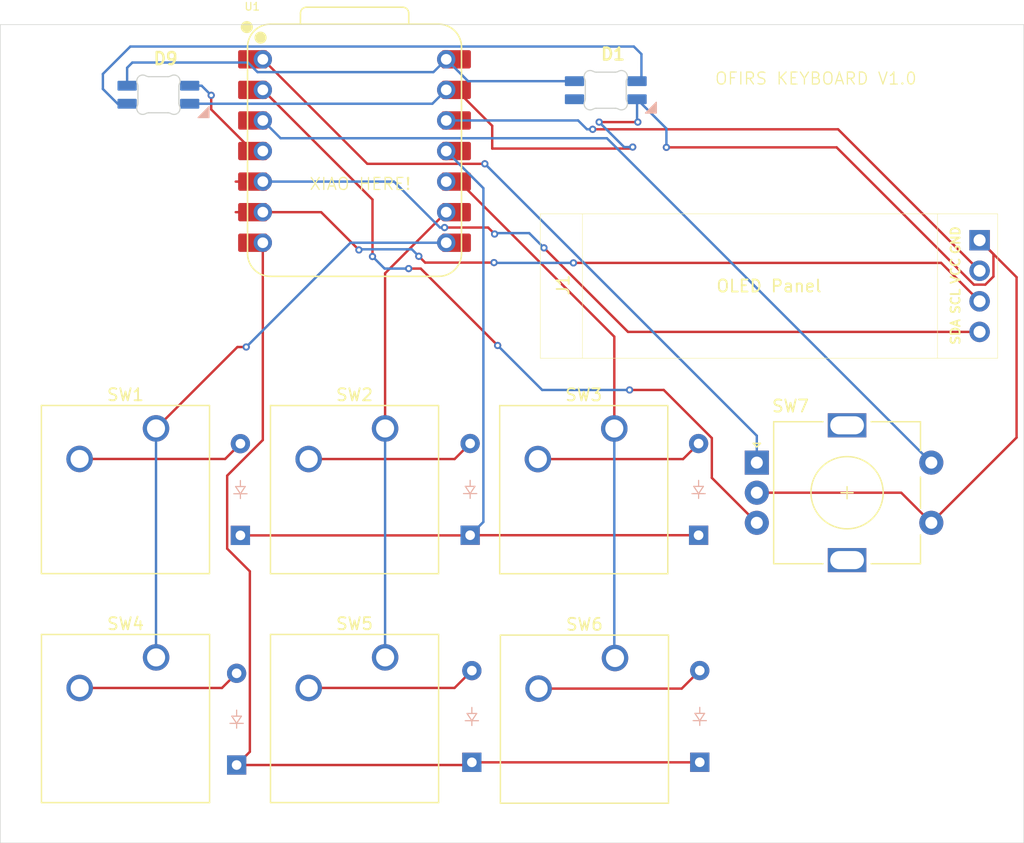
<source format=kicad_pcb>
(kicad_pcb (version 20241229) (generator "pcbnew") (generator_version "9.0")
  (layers (0 "F.Cu" signal) (2 "B.Cu" signal) (13 "F.Paste" user) (15 "B.Paste" user) (5 "F.SilkS" user "F.Silkscreen") (7 "B.SilkS" user "B.Silkscreen") (1 "F.Mask" user) (3 "B.Mask" user) (25 "Edge.Cuts" user))
  (net 0 "")
  (net 1 "Net-(D1-DIN)")
  (net 2 "+5V")
  (net 3 "GND")
  (net 4 "Net-(D3-A)")
  (net 5 "row 0")
  (net 6 "Net-(D4-A)")
  (net 7 "Net-(D5-A)")
  (net 8 "Net-(U1-GPIO26{slash}ADC0{slash}A0)")
  (net 9 "Net-(J1-Pin_2)")
  (net 10 "Net-(J1-Pin_4)")
  (net 11 "Net-(U1-GPIO28{slash}ADC2{slash}A2)")
  (net 12 "Net-(U1-GPIO27{slash}ADC1{slash}A1)")
  (net 13 "row 1")
  (net 14 "Net-(D6-A)")
  (net 15 "Net-(D7-A)")
  (net 16 "Net-(D8-A)")
  (net 17 "column 0")
  (net 18 "column 1")
  (net 19 "column 2")
  (net 20 "Net-(J1-Pin_3)")
  (net 21 "Net-(D9-DIN)")
  (footprint "hackpad_care_pretty:SK6812MINI-E_fixed" (layer "F.Cu") (at 83.612499 97.652842)
    (property "Reference" "D9" (at 0.6 -3.1 0) (layer "F.SilkS") (effects (font (thickness 0.2) (bold yes))))
    (property "Value" "SK6812MINI-E")
    (fp_poly (pts (xy 4.200001 0.897158) (xy 3.300001 1.797158) (xy 4.200001 1.797158)) (stroke (width 0.1)) (fill yes) (layer "B.SilkS"))
    (fp_line (start -1.699998 0.6) (end -1.699998 -0.805684) (stroke (width 0.1)) (layer "Edge.Cuts"))
    (fp_line (start -0.794451 -1.602841) (end 0.794454 -1.602841) (stroke (width 0.1)) (layer "Edge.Cuts"))
    (fp_line (start 0.794453 1.397158) (end -0.794451 1.397158) (stroke (width 0.1)) (layer "Edge.Cuts"))
    (fp_line (start 1.7 -0.805684) (end 1.7 0.6) (stroke (width 0.1)) (layer "Edge.Cuts"))
    (fp_arc (start -1.749483 -1.022562) (mid -1.712526 -0.91691) (end -1.699998 -0.805684) (stroke (width 0.1)) (layer "Edge.Cuts"))
    (fp_arc (start -1.749483 -1.022562) (mid -1.63807 -1.606877) (end -1.04671 -1.671141) (stroke (width 0.1)) (layer "Edge.Cuts"))
    (fp_arc (start -1.699998 0.600001) (mid -1.712526 0.711226) (end -1.749483 0.816878) (stroke (width 0.1)) (layer "Edge.Cuts"))
    (fp_arc (start -1.04671 1.465455) (mid -1.638069 1.401192) (end -1.749483 0.816878) (stroke (width 0.1)) (layer "Edge.Cuts"))
    (fp_arc (start -1.046709 1.465457) (mid -0.925121 1.414535) (end -0.794451 1.397158) (stroke (width 0.1)) (layer "Edge.Cuts"))
    (fp_arc (start -0.794452 -1.602842) (mid -0.925122 -1.620219) (end -1.04671 -1.671141) (stroke (width 0.1)) (layer "Edge.Cuts"))
    (fp_arc (start 0.794453 1.397158) (mid 0.925124 1.414535) (end 1.046712 1.465457) (stroke (width 0.1)) (layer "Edge.Cuts"))
    (fp_arc (start 1.046712 -1.67114) (mid 0.925124 -1.620218) (end 0.794454 -1.602841) (stroke (width 0.1)) (layer "Edge.Cuts"))
    (fp_arc (start 1.046712 -1.67114) (mid 1.638072 -1.606876) (end 1.749485 -1.022562) (stroke (width 0.1)) (layer "Edge.Cuts"))
    (fp_arc (start 1.7 -0.805685) (mid 1.712528 -0.91691) (end 1.749485 -1.022562) (stroke (width 0.1)) (layer "Edge.Cuts"))
    (fp_arc (start 1.749485 0.816877) (mid 1.638073 1.401193) (end 1.046712 1.465457) (stroke (width 0.1)) (layer "Edge.Cuts"))
    (fp_arc (start 1.749485 0.816878) (mid 1.712528 0.711226) (end 1.7 0.6) (stroke (width 0.1)) (layer "Edge.Cuts"))
    (pad "1" smd roundrect (at -2.599999 -0.852842 270) (size 0.82 1.6) (layers "B.Cu" "B.Mask" "B.Paste") (roundrect_rratio 0.1) (net 2 "+5V"))
    (pad "2" smd roundrect (at -2.599999 0.647158 270) (size 0.82 1.6) (layers "B.Cu" "B.Mask" "B.Paste") (roundrect_rratio 0.1) (net 1 "Net-(D1-DIN)"))
    (pad "3" smd roundrect (at 2.600001 0.647158 270) (size 0.82 1.6) (layers "B.Cu" "B.Mask" "B.Paste") (roundrect_rratio 0.1) (net 3 "GND"))
    (pad "4" smd roundrect (at 2.600001 -0.852842 270) (size 0.82 1.6) (layers "B.Cu" "B.Mask" "B.Paste") (roundrect_rratio 0.1) (net 21 "Net-(D9-DIN)"))
  )
  (footprint "Button_Switch_Keyboard:SW_Cherry_MX_1.00u_PCB" (layer "F.Cu") (at 102.449 125.283)
    (property "Reference" "SW2" (at -2.54 -2.794 0) (layer "F.SilkS"))
    (property "Value" "SW_Push")
    (fp_line (start -9.525 -1.905) (end 4.445 -1.905) (stroke (width 0.12)) (layer "F.SilkS"))
    (fp_line (start -9.525 12.065) (end -9.525 -1.905) (stroke (width 0.12)) (layer "F.SilkS"))
    (fp_line (start 4.445 -1.905) (end 4.445 12.065) (stroke (width 0.12)) (layer "F.SilkS"))
    (fp_line (start 4.445 12.065) (end -9.525 12.065) (stroke (width 0.12)) (layer "F.SilkS"))
    (pad "" np_thru_hole circle (at -7.62 5.08) (size 1.7 1.7) (drill 1.7) (layers "*.Cu" "*.Mask"))
    (pad "" np_thru_hole circle (at -2.54 5.08) (size 4 4) (drill 4) (layers "*.Cu" "*.Mask"))
    (pad "" np_thru_hole circle (at 2.54 5.08) (size 1.7 1.7) (drill 1.7) (layers "*.Cu" "*.Mask"))
    (pad "1" thru_hole circle (at 0 0) (size 2.2 2.2) (drill 1.5) (layers "*.Cu" "*.Mask") (net 18 "column 1"))
    (pad "2" thru_hole circle (at -6.35 2.54) (size 2.2 2.2) (drill 1.5) (layers "*.Cu" "*.Mask") (net 6 "Net-(D4-A)"))
  )
  (footprint "Button_Switch_Keyboard:SW_Cherry_MX_1.00u_PCB" (layer "F.Cu") (at 83.421 144.307)
    (property "Reference" "SW4" (at -2.54 -2.794 0) (layer "F.SilkS"))
    (property "Value" "SW_Push")
    (fp_line (start -9.525 -1.905) (end 4.445 -1.905) (stroke (width 0.12)) (layer "F.SilkS"))
    (fp_line (start -9.525 12.065) (end -9.525 -1.905) (stroke (width 0.12)) (layer "F.SilkS"))
    (fp_line (start 4.445 -1.905) (end 4.445 12.065) (stroke (width 0.12)) (layer "F.SilkS"))
    (fp_line (start 4.445 12.065) (end -9.525 12.065) (stroke (width 0.12)) (layer "F.SilkS"))
    (pad "" np_thru_hole circle (at -7.62 5.08) (size 1.7 1.7) (drill 1.7) (layers "*.Cu" "*.Mask"))
    (pad "" np_thru_hole circle (at -2.54 5.08) (size 4 4) (drill 4) (layers "*.Cu" "*.Mask"))
    (pad "" np_thru_hole circle (at 2.54 5.08) (size 1.7 1.7) (drill 1.7) (layers "*.Cu" "*.Mask"))
    (pad "1" thru_hole circle (at 0 0) (size 2.2 2.2) (drill 1.5) (layers "*.Cu" "*.Mask") (net 17 "column 0"))
    (pad "2" thru_hole circle (at -6.35 2.54) (size 2.2 2.2) (drill 1.5) (layers "*.Cu" "*.Mask") (net 14 "Net-(D6-A)"))
  )
  (footprint "hackpad_care_pretty:SK6812MINI-E_fixed" (layer "F.Cu") (at 120.787499 97.277842)
    (property "Reference" "D1" (at 0.6 -3.1 0) (layer "F.SilkS") (effects (font (thickness 0.2) (bold yes))))
    (property "Value" "SK6812MINI-E")
    (fp_poly (pts (xy 4.200001 0.897158) (xy 3.300001 1.797158) (xy 4.200001 1.797158)) (stroke (width 0.1)) (fill yes) (layer "B.SilkS"))
    (fp_line (start -1.699998 0.6) (end -1.699998 -0.805684) (stroke (width 0.1)) (layer "Edge.Cuts"))
    (fp_line (start -0.794451 -1.602841) (end 0.794454 -1.602841) (stroke (width 0.1)) (layer "Edge.Cuts"))
    (fp_line (start 0.794453 1.397158) (end -0.794451 1.397158) (stroke (width 0.1)) (layer "Edge.Cuts"))
    (fp_line (start 1.7 -0.805684) (end 1.7 0.6) (stroke (width 0.1)) (layer "Edge.Cuts"))
    (fp_arc (start -1.749483 -1.022562) (mid -1.712526 -0.91691) (end -1.699998 -0.805684) (stroke (width 0.1)) (layer "Edge.Cuts"))
    (fp_arc (start -1.749483 -1.022562) (mid -1.63807 -1.606877) (end -1.04671 -1.671141) (stroke (width 0.1)) (layer "Edge.Cuts"))
    (fp_arc (start -1.699998 0.600001) (mid -1.712526 0.711226) (end -1.749483 0.816878) (stroke (width 0.1)) (layer "Edge.Cuts"))
    (fp_arc (start -1.04671 1.465455) (mid -1.638069 1.401192) (end -1.749483 0.816878) (stroke (width 0.1)) (layer "Edge.Cuts"))
    (fp_arc (start -1.046709 1.465457) (mid -0.925121 1.414535) (end -0.794451 1.397158) (stroke (width 0.1)) (layer "Edge.Cuts"))
    (fp_arc (start -0.794452 -1.602842) (mid -0.925122 -1.620219) (end -1.04671 -1.671141) (stroke (width 0.1)) (layer "Edge.Cuts"))
    (fp_arc (start 0.794453 1.397158) (mid 0.925124 1.414535) (end 1.046712 1.465457) (stroke (width 0.1)) (layer "Edge.Cuts"))
    (fp_arc (start 1.046712 -1.67114) (mid 0.925124 -1.620218) (end 0.794454 -1.602841) (stroke (width 0.1)) (layer "Edge.Cuts"))
    (fp_arc (start 1.046712 -1.67114) (mid 1.638072 -1.606876) (end 1.749485 -1.022562) (stroke (width 0.1)) (layer "Edge.Cuts"))
    (fp_arc (start 1.7 -0.805685) (mid 1.712528 -0.91691) (end 1.749485 -1.022562) (stroke (width 0.1)) (layer "Edge.Cuts"))
    (fp_arc (start 1.749485 0.816877) (mid 1.638073 1.401193) (end 1.046712 1.465457) (stroke (width 0.1)) (layer "Edge.Cuts"))
    (fp_arc (start 1.749485 0.816878) (mid 1.712528 0.711226) (end 1.7 0.6) (stroke (width 0.1)) (layer "Edge.Cuts"))
    (pad "1" smd roundrect (at -2.599999 -0.852842 270) (size 0.82 1.6) (layers "B.Cu" "B.Mask" "B.Paste") (roundrect_rratio 0.1) (net 2 "+5V"))
    (pad "2" smd roundrect (at -2.599999 0.647158 270) (size 0.82 1.6) (layers "B.Cu" "B.Mask" "B.Paste") (roundrect_rratio 0.1))
    (pad "3" smd roundrect (at 2.600001 0.647158 270) (size 0.82 1.6) (layers "B.Cu" "B.Mask" "B.Paste") (roundrect_rratio 0.1) (net 3 "GND"))
    (pad "4" smd roundrect (at 2.600001 -0.852842 270) (size 0.82 1.6) (layers "B.Cu" "B.Mask" "B.Paste") (roundrect_rratio 0.1) (net 1 "Net-(D1-DIN)"))
  )
  (footprint "Rotary_Encoder:RotaryEncoder_Alps_EC11E-Switch_Vertical_H20mm" (layer "F.Cu") (at 133.338 128.122)
    (property "Reference" "SW7" (at 2.8 -4.7 0) (layer "F.SilkS"))
    (property "Value" "RotaryEncoder_Switch")
    (fp_line (start -0.3 -1.6) (end 0.3 -1.6) (stroke (width 0.12)) (layer "F.SilkS"))
    (fp_line (start 0 -1.3) (end -0.3 -1.6) (stroke (width 0.12)) (layer "F.SilkS"))
    (fp_line (start 0.3 -1.6) (end 0 -1.3) (stroke (width 0.12)) (layer "F.SilkS"))
    (fp_line (start 1.4 -3.4) (end 1.4 8.4) (stroke (width 0.12)) (layer "F.SilkS"))
    (fp_line (start 5.5 -3.4) (end 1.4 -3.4) (stroke (width 0.12)) (layer "F.SilkS"))
    (fp_line (start 5.5 8.4) (end 1.4 8.4) (stroke (width 0.12)) (layer "F.SilkS"))
    (fp_line (start 7 2.5) (end 8 2.5) (stroke (width 0.12)) (layer "F.SilkS"))
    (fp_line (start 7.5 2) (end 7.5 3) (stroke (width 0.12)) (layer "F.SilkS"))
    (fp_line (start 9.5 -3.4) (end 13.6 -3.4) (stroke (width 0.12)) (layer "F.SilkS"))
    (fp_line (start 13.6 -3.4) (end 13.6 -1) (stroke (width 0.12)) (layer "F.SilkS"))
    (fp_line (start 13.6 1.2) (end 13.6 3.8) (stroke (width 0.12)) (layer "F.SilkS"))
    (fp_line (start 13.6 6) (end 13.6 8.4) (stroke (width 0.12)) (layer "F.SilkS"))
    (fp_line (start 13.6 8.4) (end 9.5 8.4) (stroke (width 0.12)) (layer "F.SilkS"))
    (fp_circle (center 7.5 2.5) (end 10.5 2.5) (stroke (width 0.12)) (fill no) (layer "F.SilkS"))
    (pad "A" thru_hole rect (at 0 0) (size 2 2) (drill 1) (layers "*.Cu" "*.Mask") (net 8 "Net-(U1-GPIO26{slash}ADC0{slash}A0)"))
    (pad "B" thru_hole circle (at 0 5) (size 2 2) (drill 1) (layers "*.Cu" "*.Mask") (net 12 "Net-(U1-GPIO27{slash}ADC1{slash}A1)"))
    (pad "C" thru_hole circle (at 0 2.5) (size 2 2) (drill 1) (layers "*.Cu" "*.Mask") (net 3 "GND"))
    (pad "MP" thru_hole rect (at 7.5 -3.1) (size 3.2 2) (drill oval 2.8 1.5) (layers "*.Cu" "*.Mask"))
    (pad "MP" thru_hole rect (at 7.5 8.1) (size 3.2 2) (drill oval 2.8 1.5) (layers "*.Cu" "*.Mask"))
    (pad "S1" thru_hole circle (at 14.5 5) (size 2 2) (drill 1) (layers "*.Cu" "*.Mask") (net 3 "GND"))
    (pad "S2" thru_hole circle (at 14.5 0) (size 2 2) (drill 1) (layers "*.Cu" "*.Mask") (net 11 "Net-(U1-GPIO28{slash}ADC2{slash}A2)"))
  )
  (footprint "Button_Switch_Keyboard:SW_Cherry_MX_1.00u_PCB" (layer "F.Cu") (at 121.496 125.287)
    (property "Reference" "SW3" (at -2.54 -2.794 0) (layer "F.SilkS"))
    (property "Value" "SW_Push")
    (fp_line (start -9.525 -1.905) (end 4.445 -1.905) (stroke (width 0.12)) (layer "F.SilkS"))
    (fp_line (start -9.525 12.065) (end -9.525 -1.905) (stroke (width 0.12)) (layer "F.SilkS"))
    (fp_line (start 4.445 -1.905) (end 4.445 12.065) (stroke (width 0.12)) (layer "F.SilkS"))
    (fp_line (start 4.445 12.065) (end -9.525 12.065) (stroke (width 0.12)) (layer "F.SilkS"))
    (pad "" np_thru_hole circle (at -7.62 5.08) (size 1.7 1.7) (drill 1.7) (layers "*.Cu" "*.Mask"))
    (pad "" np_thru_hole circle (at -2.54 5.08) (size 4 4) (drill 4) (layers "*.Cu" "*.Mask"))
    (pad "" np_thru_hole circle (at 2.54 5.08) (size 1.7 1.7) (drill 1.7) (layers "*.Cu" "*.Mask"))
    (pad "1" thru_hole circle (at 0 0) (size 2.2 2.2) (drill 1.5) (layers "*.Cu" "*.Mask") (net 19 "column 2"))
    (pad "2" thru_hole circle (at -6.35 2.54) (size 2.2 2.2) (drill 1.5) (layers "*.Cu" "*.Mask") (net 7 "Net-(D5-A)"))
  )
  (footprint "big_oled:SSD1306-0.91-OLED-4pin-128x32" (layer "F.Cu") (at 115.35 107.45)
    (property "Reference" "J1" (at 1.9 5.91 90) (layer "F.SilkS"))
    (property "Value" "OLED1")
    (fp_line (start 0 0) (end 0 12) (stroke (width 0.04)) (layer "F.SilkS"))
    (fp_line (start 0 12) (end 38 12) (stroke (width 0.04)) (layer "F.SilkS"))
    (fp_line (start 3.5 0) (end 3.5 12) (stroke (width 0.04)) (layer "F.SilkS"))
    (fp_line (start 33 0) (end 33 12) (stroke (width 0.04)) (layer "F.SilkS"))
    (fp_line (start 38 0) (end 0 0) (stroke (width 0.04)) (layer "F.SilkS"))
    (fp_line (start 38 12) (end 38 0) (stroke (width 0.04)) (layer "F.SilkS"))
    (fp_text user "OLED Panel" (at 19 6 0) (layer "F.SilkS"))
    (fp_text user "SCL" (at 34.5 7.27 270) (layer "F.SilkS") (effects (font (size 0.75 0.75))))
    (fp_text user "GND" (at 34.5 2.19 270) (layer "F.SilkS") (effects (font (size 0.75 0.75))))
    (fp_text user "SDA" (at 34.5 9.81 270) (layer "F.SilkS") (effects (font (size 0.75 0.75))))
    (fp_text user "VCC" (at 34.5 4.73 270) (layer "F.SilkS") (effects (font (size 0.75 0.75))))
    (pad "1" thru_hole rect (at 36.5 2.19) (size 1.7 1.7) (drill 1) (layers "*.Cu" "*.Mask") (net 3 "GND"))
    (pad "2" thru_hole oval (at 36.5 4.73) (size 1.7 1.7) (drill 1) (layers "*.Cu" "*.Mask") (net 9 "Net-(J1-Pin_2)"))
    (pad "3" thru_hole oval (at 36.5 7.27) (size 1.7 1.7) (drill 1) (layers "*.Cu" "*.Mask") (net 20 "Net-(J1-Pin_3)"))
    (pad "4" thru_hole oval (at 36.5 9.81) (size 1.7 1.7) (drill 1) (layers "*.Cu" "*.Mask") (net 10 "Net-(J1-Pin_4)"))
  )
  (footprint "Button_Switch_Keyboard:SW_Cherry_MX_1.00u_PCB" (layer "F.Cu") (at 102.452 144.305)
    (property "Reference" "SW5" (at -2.54 -2.794 0) (layer "F.SilkS"))
    (property "Value" "SW_Push")
    (fp_line (start -9.525 -1.905) (end 4.445 -1.905) (stroke (width 0.12)) (layer "F.SilkS"))
    (fp_line (start -9.525 12.065) (end -9.525 -1.905) (stroke (width 0.12)) (layer "F.SilkS"))
    (fp_line (start 4.445 -1.905) (end 4.445 12.065) (stroke (width 0.12)) (layer "F.SilkS"))
    (fp_line (start 4.445 12.065) (end -9.525 12.065) (stroke (width 0.12)) (layer "F.SilkS"))
    (pad "" np_thru_hole circle (at -7.62 5.08) (size 1.7 1.7) (drill 1.7) (layers "*.Cu" "*.Mask"))
    (pad "" np_thru_hole circle (at -2.54 5.08) (size 4 4) (drill 4) (layers "*.Cu" "*.Mask"))
    (pad "" np_thru_hole circle (at 2.54 5.08) (size 1.7 1.7) (drill 1.7) (layers "*.Cu" "*.Mask"))
    (pad "1" thru_hole circle (at 0 0) (size 2.2 2.2) (drill 1.5) (layers "*.Cu" "*.Mask") (net 18 "column 1"))
    (pad "2" thru_hole circle (at -6.35 2.54) (size 2.2 2.2) (drill 1.5) (layers "*.Cu" "*.Mask") (net 15 "Net-(D7-A)"))
  )
  (footprint "OPL Lib:XIAO-RP2040-DIP" (layer "F.Cu") (at 99.909 102.2295)
    (property "Reference" "U1" (at -8.5 -12 0) (layer "F.SilkS") (effects (font (size 0.635 0.635) (thickness 0.1016))))
    (property "Value" "XIAO-RP2040-DIP")
    (fp_line (start -8.89 8.509) (end -8.89 -8.636) (stroke (width 0.127)) (layer "F.SilkS"))
    (fp_line (start -6.985 10.414) (end 6.985 10.414) (stroke (width 0.127)) (layer "F.SilkS"))
    (fp_line (start -4.495 -10.541) (end -4.491272 -11.451272) (stroke (width 0.127)) (layer "F.SilkS"))
    (fp_line (start -3.991272 -11.951) (end 4.004 -11.951) (stroke (width 0.127)) (layer "F.SilkS"))
    (fp_line (start 4.504 -11.451) (end 4.504 -10.541) (stroke (width 0.127)) (layer "F.SilkS"))
    (fp_line (start 6.985 -10.541) (end -6.985 -10.541) (stroke (width 0.1)) (layer "F.SilkS"))
    (fp_line (start 6.985 -10.541) (end -6.985 -10.541) (stroke (width 0.127)) (layer "F.SilkS"))
    (fp_line (start 8.89 8.509) (end 8.89 -8.636) (stroke (width 0.127)) (layer "F.SilkS"))
    (fp_arc (start -8.89 -8.636) (mid -8.332038 -9.983038) (end -6.985 -10.541) (stroke (width 0.127)) (layer "F.SilkS"))
    (fp_arc (start -6.985 10.414) (mid -8.332038 9.856038) (end -8.89 8.509) (stroke (width 0.127)) (layer "F.SilkS"))
    (fp_arc (start -4.491272 -11.451272) (mid -4.344728 -11.80464) (end -3.991272 -11.951) (stroke (width 0.127)) (layer "F.SilkS"))
    (fp_arc (start 4.004 -11.951) (mid 4.357553 -11.804553) (end 4.504 -11.451) (stroke (width 0.127)) (layer "F.SilkS"))
    (fp_arc (start 6.985 -10.541) (mid 8.332038 -9.983038) (end 8.89 -8.636) (stroke (width 0.127)) (layer "F.SilkS"))
    (fp_arc (start 8.89 8.509) (mid 8.332038 9.856038) (end 6.985 10.414) (stroke (width 0.127)) (layer "F.SilkS"))
    (fp_circle (center -8.95 -10.3) (end -8.95 -10.554) (stroke (width 0.5)) (fill yes) (layer "F.SilkS"))
    (fp_circle (center -7.807 -9.42) (end -7.807 -9.674) (stroke (width 0.5)) (fill yes) (layer "F.SilkS"))
    (pad "1" smd roundrect (at -8.455 -7.62 180) (size 2.432 1.524) (layers "F.Cu" "F.Mask") (roundrect_rratio 0.1) (net 8 "Net-(U1-GPIO26{slash}ADC0{slash}A0)"))
    (pad "1" thru_hole circle (at -7.62 -7.62 180) (size 1.524 1.524) (drill 0.889) (layers "*.Cu" "*.Mask") (net 8 "Net-(U1-GPIO26{slash}ADC0{slash}A0)"))
    (pad "2" smd roundrect (at -8.455 -5.08 180) (size 2.432 1.524) (layers "F.Cu" "F.Mask") (roundrect_rratio 0.1) (net 12 "Net-(U1-GPIO27{slash}ADC1{slash}A1)"))
    (pad "2" thru_hole circle (at -7.62 -5.08 180) (size 1.524 1.524) (drill 0.889) (layers "*.Cu" "*.Mask") (net 12 "Net-(U1-GPIO27{slash}ADC1{slash}A1)"))
    (pad "3" smd roundrect (at -8.455 -2.54 180) (size 2.432 1.524) (layers "F.Cu" "F.Mask") (roundrect_rratio 0.1) (net 11 "Net-(U1-GPIO28{slash}ADC2{slash}A2)"))
    (pad "3" thru_hole circle (at -7.62 -2.54 180) (size 1.524 1.524) (drill 0.889) (layers "*.Cu" "*.Mask") (net 11 "Net-(U1-GPIO28{slash}ADC2{slash}A2)"))
    (pad "4" smd roundrect (at -8.455 0 180) (size 2.432 1.524) (layers "F.Cu" "F.Mask") (roundrect_rratio 0.1) (net 21 "Net-(D9-DIN)"))
    (pad "4" thru_hole circle (at -7.62 0 180) (size 1.524 1.524) (drill 0.889) (layers "*.Cu" "*.Mask") (net 21 "Net-(D9-DIN)"))
    (pad "5" smd roundrect (at -8.455 2.54 180) (size 2.432 1.524) (layers "F.Cu" "F.Mask") (roundrect_rratio 0.1) (net 10 "Net-(J1-Pin_4)"))
    (pad "5" thru_hole circle (at -7.62 2.54 180) (size 1.524 1.524) (drill 0.889) (layers "*.Cu" "*.Mask") (net 10 "Net-(J1-Pin_4)"))
    (pad "6" smd roundrect (at -8.455 5.08 180) (size 2.432 1.524) (layers "F.Cu" "F.Mask") (roundrect_rratio 0.1) (net 20 "Net-(J1-Pin_3)"))
    (pad "6" thru_hole circle (at -7.62 5.08 180) (size 1.524 1.524) (drill 0.889) (layers "*.Cu" "*.Mask") (net 20 "Net-(J1-Pin_3)"))
    (pad "7" smd roundrect (at -8.455 7.62 180) (size 2.432 1.524) (layers "F.Cu" "F.Mask") (roundrect_rratio 0.1) (net 13 "row 1"))
    (pad "7" thru_hole circle (at -7.62 7.62 180) (size 1.524 1.524) (drill 0.889) (layers "*.Cu" "*.Mask") (net 13 "row 1"))
    (pad "8" thru_hole circle (at 7.62 7.62) (size 1.524 1.524) (drill 0.889) (layers "*.Cu" "*.Mask") (net 17 "column 0"))
    (pad "8" smd roundrect (at 8.455 7.62) (size 2.432 1.524) (layers "F.Cu" "F.Mask") (roundrect_rratio 0.1) (net 17 "column 0"))
    (pad "9" thru_hole circle (at 7.62 5.08) (size 1.524 1.524) (drill 0.889) (layers "*.Cu" "*.Mask") (net 18 "column 1"))
    (pad "9" smd roundrect (at 8.455 5.08) (size 2.432 1.524) (layers "F.Cu" "F.Mask") (roundrect_rratio 0.1) (net 18 "column 1"))
    (pad "10" thru_hole circle (at 7.62 2.54) (size 1.524 1.524) (drill 0.889) (layers "*.Cu" "*.Mask") (net 19 "column 2"))
    (pad "10" smd roundrect (at 8.455 2.54) (size 2.432 1.524) (layers "F.Cu" "F.Mask") (roundrect_rratio 0.1) (net 19 "column 2"))
    (pad "11" thru_hole circle (at 7.62 0) (size 1.524 1.524) (drill 0.889) (layers "*.Cu" "*.Mask") (net 5 "row 0"))
    (pad "11" smd roundrect (at 8.455 0) (size 2.432 1.524) (layers "F.Cu" "F.Mask") (roundrect_rratio 0.1) (net 5 "row 0"))
    (pad "12" thru_hole circle (at 7.62 -2.54) (size 1.524 1.524) (drill 0.889) (layers "*.Cu" "*.Mask") (net 9 "Net-(J1-Pin_2)"))
    (pad "12" smd roundrect (at 8.455 -2.54) (size 2.432 1.524) (layers "F.Cu" "F.Mask") (roundrect_rratio 0.1) (net 9 "Net-(J1-Pin_2)"))
    (pad "13" thru_hole circle (at 7.62 -5.08) (size 1.524 1.524) (drill 0.889) (layers "*.Cu" "*.Mask") (net 3 "GND"))
    (pad "13" smd roundrect (at 8.455 -5.08) (size 2.432 1.524) (layers "F.Cu" "F.Mask") (roundrect_rratio 0.1) (net 3 "GND"))
    (pad "14" thru_hole circle (at 7.62 -7.62) (size 1.524 1.524) (drill 0.889) (layers "*.Cu" "*.Mask") (net 2 "+5V"))
    (pad "14" smd roundrect (at 8.455 -7.62) (size 2.432 1.524) (layers "F.Cu" "F.Mask") (roundrect_rratio 0.1) (net 2 "+5V"))
  )
  (footprint "Button_Switch_Keyboard:SW_Cherry_MX_1.00u_PCB" (layer "F.Cu") (at 83.414 125.278)
    (property "Reference" "SW1" (at -2.54 -2.794 0) (layer "F.SilkS"))
    (property "Value" "SW_Push")
    (fp_line (start -9.525 -1.905) (end 4.445 -1.905) (stroke (width 0.12)) (layer "F.SilkS"))
    (fp_line (start -9.525 12.065) (end -9.525 -1.905) (stroke (width 0.12)) (layer "F.SilkS"))
    (fp_line (start 4.445 -1.905) (end 4.445 12.065) (stroke (width 0.12)) (layer "F.SilkS"))
    (fp_line (start 4.445 12.065) (end -9.525 12.065) (stroke (width 0.12)) (layer "F.SilkS"))
    (pad "" np_thru_hole circle (at -7.62 5.08) (size 1.7 1.7) (drill 1.7) (layers "*.Cu" "*.Mask"))
    (pad "" np_thru_hole circle (at -2.54 5.08) (size 4 4) (drill 4) (layers "*.Cu" "*.Mask"))
    (pad "" np_thru_hole circle (at 2.54 5.08) (size 1.7 1.7) (drill 1.7) (layers "*.Cu" "*.Mask"))
    (pad "1" thru_hole circle (at 0 0) (size 2.2 2.2) (drill 1.5) (layers "*.Cu" "*.Mask") (net 17 "column 0"))
    (pad "2" thru_hole circle (at -6.35 2.54) (size 2.2 2.2) (drill 1.5) (layers "*.Cu" "*.Mask") (net 4 "Net-(D3-A)"))
  )
  (footprint "Button_Switch_Keyboard:SW_Cherry_MX_1.00u_PCB" (layer "F.Cu") (at 121.555 144.359)
    (property "Reference" "SW6" (at -2.54 -2.794 0) (layer "F.SilkS"))
    (property "Value" "SW_Push")
    (fp_line (start -9.525 -1.905) (end 4.445 -1.905) (stroke (width 0.12)) (layer "F.SilkS"))
    (fp_line (start -9.525 12.065) (end -9.525 -1.905) (stroke (width 0.12)) (layer "F.SilkS"))
    (fp_line (start 4.445 -1.905) (end 4.445 12.065) (stroke (width 0.12)) (layer "F.SilkS"))
    (fp_line (start 4.445 12.065) (end -9.525 12.065) (stroke (width 0.12)) (layer "F.SilkS"))
    (pad "" np_thru_hole circle (at -7.62 5.08) (size 1.7 1.7) (drill 1.7) (layers "*.Cu" "*.Mask"))
    (pad "" np_thru_hole circle (at -2.54 5.08) (size 4 4) (drill 4) (layers "*.Cu" "*.Mask"))
    (pad "" np_thru_hole circle (at 2.54 5.08) (size 1.7 1.7) (drill 1.7) (layers "*.Cu" "*.Mask"))
    (pad "1" thru_hole circle (at 0 0) (size 2.2 2.2) (drill 1.5) (layers "*.Cu" "*.Mask") (net 19 "column 2"))
    (pad "2" thru_hole circle (at -6.35 2.54) (size 2.2 2.2) (drill 1.5) (layers "*.Cu" "*.Mask") (net 16 "Net-(D8-A)"))
  )
  (footprint "ScottoKeebs_Components:Diode_DO-35" (layer "B.Cu") (at 90.427 134.168 90)
    (property "Reference" "D3" (hide yes))
    (property "Value" "~" (hide yes))
    (fp_line (start 4.06 -0.4) (end 3.46 0) (stroke (width 0.1)) (layer "B.SilkS"))
    (fp_line (start 4.06 0) (end 4.56 0) (stroke (width 0.1)) (layer "B.SilkS"))
    (fp_line (start 3.46 0) (end 4.06 0.4) (stroke (width 0.1)) (layer "B.SilkS"))
    (fp_line (start 3.06 0) (end 3.46 0) (stroke (width 0.1)) (layer "B.SilkS"))
    (fp_line (start 4.06 0.4) (end 4.06 -0.4) (stroke (width 0.1)) (layer "B.SilkS"))
    (fp_line (start 3.46 0.55) (end 3.46 -0.55) (stroke (width 0.1)) (layer "B.SilkS"))
    (pad "1" thru_hole rect (at 0 0 90) (size 1.6 1.6) (drill 0.8) (layers "*.Cu" "*.Mask") (net 5 "row 0"))
    (pad "2" thru_hole oval (at 7.62 0 90) (size 1.6 1.6) (drill 0.8) (layers "*.Cu" "*.Mask") (net 4 "Net-(D3-A)"))
  )
  (footprint "ScottoKeebs_Components:Diode_DO-35" (layer "B.Cu") (at 109.659 153.026 90)
    (property "Reference" "D7" (hide yes))
    (property "Value" "~" (hide yes))
    (fp_line (start 4.06 -0.4) (end 3.46 0) (stroke (width 0.1)) (layer "B.SilkS"))
    (fp_line (start 4.06 0) (end 4.56 0) (stroke (width 0.1)) (layer "B.SilkS"))
    (fp_line (start 3.46 0) (end 4.06 0.4) (stroke (width 0.1)) (layer "B.SilkS"))
    (fp_line (start 3.06 0) (end 3.46 0) (stroke (width 0.1)) (layer "B.SilkS"))
    (fp_line (start 4.06 0.4) (end 4.06 -0.4) (stroke (width 0.1)) (layer "B.SilkS"))
    (fp_line (start 3.46 0.55) (end 3.46 -0.55) (stroke (width 0.1)) (layer "B.SilkS"))
    (pad "1" thru_hole rect (at 0 0 90) (size 1.6 1.6) (drill 0.8) (layers "*.Cu" "*.Mask") (net 13 "row 1"))
    (pad "2" thru_hole oval (at 7.62 0 90) (size 1.6 1.6) (drill 0.8) (layers "*.Cu" "*.Mask") (net 15 "Net-(D7-A)"))
  )
  (footprint "ScottoKeebs_Components:Diode_DO-35" (layer "B.Cu") (at 90.112 153.249 90)
    (property "Reference" "D6" (hide yes))
    (property "Value" "~" (hide yes))
    (fp_line (start 4.06 -0.4) (end 3.46 0) (stroke (width 0.1)) (layer "B.SilkS"))
    (fp_line (start 4.06 0) (end 4.56 0) (stroke (width 0.1)) (layer "B.SilkS"))
    (fp_line (start 3.46 0) (end 4.06 0.4) (stroke (width 0.1)) (layer "B.SilkS"))
    (fp_line (start 3.06 0) (end 3.46 0) (stroke (width 0.1)) (layer "B.SilkS"))
    (fp_line (start 4.06 0.4) (end 4.06 -0.4) (stroke (width 0.1)) (layer "B.SilkS"))
    (fp_line (start 3.46 0.55) (end 3.46 -0.55) (stroke (width 0.1)) (layer "B.SilkS"))
    (pad "1" thru_hole rect (at 0 0 90) (size 1.6 1.6) (drill 0.8) (layers "*.Cu" "*.Mask") (net 13 "row 1"))
    (pad "2" thru_hole oval (at 7.62 0 90) (size 1.6 1.6) (drill 0.8) (layers "*.Cu" "*.Mask") (net 14 "Net-(D6-A)"))
  )
  (footprint "ScottoKeebs_Components:Diode_DO-35" (layer "B.Cu") (at 128.5 134.157 90)
    (property "Reference" "D5" (hide yes))
    (property "Value" "~" (hide yes))
    (fp_line (start 4.06 -0.4) (end 3.46 0) (stroke (width 0.1)) (layer "B.SilkS"))
    (fp_line (start 4.06 0) (end 4.56 0) (stroke (width 0.1)) (layer "B.SilkS"))
    (fp_line (start 3.46 0) (end 4.06 0.4) (stroke (width 0.1)) (layer "B.SilkS"))
    (fp_line (start 3.06 0) (end 3.46 0) (stroke (width 0.1)) (layer "B.SilkS"))
    (fp_line (start 4.06 0.4) (end 4.06 -0.4) (stroke (width 0.1)) (layer "B.SilkS"))
    (fp_line (start 3.46 0.55) (end 3.46 -0.55) (stroke (width 0.1)) (layer "B.SilkS"))
    (pad "1" thru_hole rect (at 0 0 90) (size 1.6 1.6) (drill 0.8) (layers "*.Cu" "*.Mask") (net 5 "row 0"))
    (pad "2" thru_hole oval (at 7.62 0 90) (size 1.6 1.6) (drill 0.8) (layers "*.Cu" "*.Mask") (net 7 "Net-(D5-A)"))
  )
  (footprint "ScottoKeebs_Components:Diode_DO-35" (layer "B.Cu") (at 128.597 153.02 90)
    (property "Reference" "D8" (hide yes))
    (property "Value" "~" (hide yes))
    (fp_line (start 4.06 -0.4) (end 3.46 0) (stroke (width 0.1)) (layer "B.SilkS"))
    (fp_line (start 4.06 0) (end 4.56 0) (stroke (width 0.1)) (layer "B.SilkS"))
    (fp_line (start 3.46 0) (end 4.06 0.4) (stroke (width 0.1)) (layer "B.SilkS"))
    (fp_line (start 3.06 0) (end 3.46 0) (stroke (width 0.1)) (layer "B.SilkS"))
    (fp_line (start 4.06 0.4) (end 4.06 -0.4) (stroke (width 0.1)) (layer "B.SilkS"))
    (fp_line (start 3.46 0.55) (end 3.46 -0.55) (stroke (width 0.1)) (layer "B.SilkS"))
    (pad "1" thru_hole rect (at 0 0 90) (size 1.6 1.6) (drill 0.8) (layers "*.Cu" "*.Mask") (net 13 "row 1"))
    (pad "2" thru_hole oval (at 7.62 0 90) (size 1.6 1.6) (drill 0.8) (layers "*.Cu" "*.Mask") (net 16 "Net-(D8-A)"))
  )
  (footprint "ScottoKeebs_Components:Diode_DO-35" (layer "B.Cu") (at 109.517 134.154 90)
    (property "Reference" "D4" (hide yes))
    (property "Value" "~" (hide yes))
    (fp_line (start 4.06 -0.4) (end 3.46 0) (stroke (width 0.1)) (layer "B.SilkS"))
    (fp_line (start 4.06 0) (end 4.56 0) (stroke (width 0.1)) (layer "B.SilkS"))
    (fp_line (start 3.46 0) (end 4.06 0.4) (stroke (width 0.1)) (layer "B.SilkS"))
    (fp_line (start 3.06 0) (end 3.46 0) (stroke (width 0.1)) (layer "B.SilkS"))
    (fp_line (start 4.06 0.4) (end 4.06 -0.4) (stroke (width 0.1)) (layer "B.SilkS"))
    (fp_line (start 3.46 0.55) (end 3.46 -0.55) (stroke (width 0.1)) (layer "B.SilkS"))
    (pad "1" thru_hole rect (at 0 0 90) (size 1.6 1.6) (drill 0.8) (layers "*.Cu" "*.Mask") (net 5 "row 0"))
    (pad "2" thru_hole oval (at 7.62 0 90) (size 1.6 1.6) (drill 0.8) (layers "*.Cu" "*.Mask") (net 6 "Net-(D4-A)"))
  )
  (gr_rect (start 70.475 91.725) (end 155.525 159.725) (stroke (width 0.05)) (fill no) (layer "Edge.Cuts"))
  (gr_text "OFIRS KEYBOARD V1.0" (at 129.8 96.79 0) (layer "F.SilkS") (effects (font (size 1 1) (thickness 0.1)) (justify left bottom)))
  (gr_text "XIAO HERE!" (at 96.1 105.55 0) (layer "F.SilkS") (effects (font (size 1 1) (thickness 0.1)) (justify left bottom)))
  (segment (start 123.75 96.0625) (end 123.75 94.175) (width 0.2) (layer "B.Cu") (net 1))
  (segment (start 123.1215 93.5465) (end 81.2785 93.5465) (width 0.2) (layer "B.Cu") (net 1))
  (segment (start 80.225 98.3) (end 81.0125 98.3) (width 0.2) (layer "B.Cu") (net 1))
  (segment (start 79 95.825) (end 79 97.075) (width 0.2) (layer "B.Cu") (net 1))
  (segment (start 123.3875 96.425) (end 123.75 96.0625) (width 0.2) (layer "B.Cu") (net 1))
  (segment (start 79 97.075) (end 80.225 98.3) (width 0.2) (layer "B.Cu") (net 1))
  (segment (start 123.75 94.175) (end 123.1215 93.5465) (width 0.2) (layer "B.Cu") (net 1))
  (segment (start 81.2785 93.5465) (end 79 95.825) (width 0.2) (layer "B.Cu") (net 1))
  (segment (start 106.466 95.6725) (end 107.529 94.6095) (width 0.2) (layer "B.Cu") (net 2))
  (segment (start 91.05119 94.875) (end 91.84869 95.6725) (width 0.2) (layer "B.Cu") (net 2))
  (segment (start 81.45 94.875) (end 91.05119 94.875) (width 0.2) (layer "B.Cu") (net 2))
  (segment (start 91.84869 95.6725) (end 106.466 95.6725) (width 0.2) (layer "B.Cu") (net 2))
  (segment (start 118.1875 96.425) (end 109.3445 96.425) (width 0.2) (layer "B.Cu") (net 2))
  (segment (start 109.3445 96.425) (end 107.529 94.6095) (width 0.2) (layer "B.Cu") (net 2))
  (segment (start 81.0125 96.8) (end 81.0125 95.3125) (width 0.2) (layer "B.Cu") (net 2))
  (segment (start 81.0125 95.3125) (end 81.45 94.875) (width 0.2) (layer "B.Cu") (net 2))
  (segment (start 107.6645 97.014) (end 107.529 97.1495) (width 0.2) (layer "F.Cu") (net 3))
  (segment (start 145.338 130.622) (end 133.338 130.622) (width 0.2) (layer "F.Cu") (net 3))
  (segment (start 151.37324 113.331) (end 139.96724 101.925) (width 0.2) (layer "F.Cu") (net 3))
  (segment (start 123.45 99.825) (end 120.236732 99.825) (width 0.2) (layer "F.Cu") (net 3))
  (segment (start 153.001 110.791) (end 153.001 112.65676) (width 0.2) (layer "F.Cu") (net 3))
  (segment (start 122.9 102.025) (end 111.35 102.025) (width 0.2) (layer "F.Cu") (net 3))
  (segment (start 111.35 100.1355) (end 108.364 97.1495) (width 0.2) (layer "F.Cu") (net 3))
  (segment (start 123.025 101.9) (end 122.9 102.025) (width 0.2) (layer "F.Cu") (net 3))
  (segment (start 151.85 109.64) (end 153.001 110.791) (width 0.2) (layer "F.Cu") (net 3))
  (segment (start 153.001 112.65676) (end 152.32676 113.331) (width 0.2) (layer "F.Cu") (net 3))
  (segment (start 147.838 133.122) (end 145.338 130.622) (width 0.2) (layer "F.Cu") (net 3))
  (segment (start 111.35 102.025) (end 111.35 100.1355) (width 0.2) (layer "F.Cu") (net 3))
  (segment (start 154.924 126.036) (end 147.838 133.122) (width 0.2) (layer "F.Cu") (net 3))
  (segment (start 151.85 109.64) (end 154.924 112.714) (width 0.2) (layer "F.Cu") (net 3))
  (segment (start 152.32676 113.331) (end 151.37324 113.331) (width 0.2) (layer "F.Cu") (net 3))
  (segment (start 154.924 112.714) (end 154.924 126.036) (width 0.2) (layer "F.Cu") (net 3))
  (segment (start 139.96724 101.925) (end 125.825 101.925) (width 0.2) (layer "F.Cu") (net 3))
  (via (at 123.025 101.9) (size 0.6) (drill 0.3) (layers "F.Cu" "B.Cu") (net 3))
  (via (at 123.45 99.825) (size 0.6) (drill 0.3) (layers "F.Cu" "B.Cu") (net 3))
  (via (at 125.825 101.925) (size 0.6) (drill 0.3) (layers "F.Cu" "B.Cu") (net 3))
  (via (at 120.236732 99.825) (size 0.6) (drill 0.3) (layers "F.Cu" "B.Cu") (net 3))
  (segment (start 86.2125 98.3) (end 106.3785 98.3) (width 0.2) (layer "B.Cu") (net 3))
  (segment (start 123.3875 97.925) (end 123.3875 99.7625) (width 0.2) (layer "B.Cu") (net 3))
  (segment (start 123.3875 99.7625) (end 123.45 99.825) (width 0.2) (layer "B.Cu") (net 3))
  (segment (start 106.3785 98.3) (end 107.529 97.1495) (width 0.2) (layer "B.Cu") (net 3))
  (segment (start 123.3875 97.925) (end 123.5 98.0375) (width 0.2) (layer "B.Cu") (net 3))
  (segment (start 122.311732 101.9) (end 123.025 101.9) (width 0.2) (layer "B.Cu") (net 3))
  (segment (start 125.825 101.925) (end 125.825 100.3625) (width 0.2) (layer "B.Cu") (net 3))
  (segment (start 120.236732 99.825) (end 122.311732 101.9) (width 0.2) (layer "B.Cu") (net 3))
  (segment (start 125.825 100.3625) (end 123.3875 97.925) (width 0.2) (layer "B.Cu") (net 3))
  (segment (start 89.157 127.818) (end 90.427 126.548) (width 0.2) (layer "F.Cu") (net 4))
  (segment (start 77.064 127.818) (end 89.157 127.818) (width 0.2) (layer "F.Cu") (net 4))
  (segment (start 109.517 134.154) (end 128.497 134.154) (width 0.2) (layer "F.Cu") (net 5))
  (segment (start 109.503 134.168) (end 109.517 134.154) (width 0.2) (layer "F.Cu") (net 5))
  (segment (start 90.427 134.168) (end 109.503 134.168) (width 0.2) (layer "F.Cu") (net 5))
  (segment (start 128.497 134.154) (end 128.5 134.157) (width 0.2) (layer "F.Cu") (net 5))
  (segment (start 110.618 105.3185) (end 110.618 133.053) (width 0.2) (layer "B.Cu") (net 5))
  (segment (start 107.529 102.2295) (end 110.618 105.3185) (width 0.2) (layer "B.Cu") (net 5))
  (segment (start 110.618 133.053) (end 109.517 134.154) (width 0.2) (layer "B.Cu") (net 5))
  (segment (start 96.099 127.823) (end 108.228 127.823) (width 0.2) (layer "F.Cu") (net 6))
  (segment (start 108.228 127.823) (end 109.517 126.534) (width 0.2) (layer "F.Cu") (net 6))
  (segment (start 127.21 127.827) (end 128.5 126.537) (width 0.2) (layer "F.Cu") (net 7))
  (segment (start 115.146 127.827) (end 127.21 127.827) (width 0.2) (layer "F.Cu") (net 7))
  (segment (start 100.972 103.2925) (end 92.289 94.6095) (width 0.2) (layer "F.Cu") (net 8))
  (segment (start 110.7355 103.2925) (end 100.972 103.2925) (width 0.2) (layer "F.Cu") (net 8))
  (segment (start 110.738 103.29) (end 110.7355 103.2925) (width 0.2) (layer "F.Cu") (net 8))
  (via (at 110.738 103.29) (size 0.6) (drill 0.3) (layers "F.Cu" "B.Cu") (net 8))
  (segment (start 133.338 128.122) (end 133.338 125.89) (width 0.2) (layer "B.Cu") (net 8))
  (segment (start 133.338 125.89) (end 110.738 103.29) (width 0.2) (layer "B.Cu") (net 8))
  (segment (start 140.095 100.425) (end 119.7 100.425) (width 0.2) (layer "F.Cu") (net 9))
  (segment (start 151.85 112.18) (end 140.095 100.425) (width 0.2) (layer "F.Cu") (net 9))
  (via (at 119.7 100.425) (size 0.6) (drill 0.3) (layers "F.Cu" "B.Cu") (net 9))
  (segment (start 119.7 100.425) (end 119.225 100.425) (width 0.2) (layer "B.Cu") (net 9))
  (segment (start 118.4895 99.6895) (end 107.529 99.6895) (width 0.2) (layer "B.Cu") (net 9))
  (segment (start 119.225 100.425) (end 118.4895 99.6895) (width 0.2) (layer "B.Cu") (net 9))
  (segment (start 111.0125 108.5875) (end 107.391218 108.5875) (width 0.2) (layer "F.Cu") (net 10))
  (segment (start 90.0395 104.7695) (end 92.289 104.7695) (width 0.2) (layer "F.Cu") (net 10))
  (segment (start 111.55 109.125) (end 111.0125 108.5875) (width 0.2) (layer "F.Cu") (net 10))
  (segment (start 151.85 117.26) (end 122.635 117.26) (width 0.2) (layer "F.Cu") (net 10))
  (segment (start 91.6065 104.7695) (end 92.289 104.7695) (width 0.2) (layer "F.Cu") (net 10))
  (segment (start 122.635 117.26) (end 115.65 110.275) (width 0.2) (layer "F.Cu") (net 10))
  (via (at 107.391218 108.5875) (size 0.6) (drill 0.3) (layers "F.Cu" "B.Cu") (net 10))
  (via (at 111.55 109.125) (size 0.6) (drill 0.3) (layers "F.Cu" "B.Cu") (net 10))
  (via (at 115.65 110.275) (size 0.6) (drill 0.3) (layers "F.Cu" "B.Cu") (net 10))
  (segment (start 103.1945 104.7695) (end 92.289 104.7695) (width 0.2) (layer "B.Cu") (net 10))
  (segment (start 115.65 110.275) (end 114.425 109.05) (width 0.2) (layer "B.Cu") (net 10))
  (segment (start 107.391218 108.5875) (end 107.0125 108.5875) (width 0.2) (layer "B.Cu") (net 10))
  (segment (start 114.425 109.05) (end 111.625 109.05) (width 0.2) (layer "B.Cu") (net 10))
  (segment (start 111.625 109.05) (end 111.55 109.125) (width 0.2) (layer "B.Cu") (net 10))
  (segment (start 107.0125 108.5875) (end 103.1945 104.7695) (width 0.2) (layer "B.Cu") (net 10))
  (segment (start 93.766 101.1665) (end 92.289 99.6895) (width 0.2) (layer "B.Cu") (net 11))
  (segment (start 120.8825 101.1665) (end 93.766 101.1665) (width 0.2) (layer "B.Cu") (net 11))
  (segment (start 147.838 128.122) (end 120.8825 101.1665) (width 0.2) (layer "B.Cu") (net 11))
  (segment (start 133.338 133.122) (end 129.601 129.385) (width 0.2) (layer "F.Cu") (net 12))
  (segment (start 111.803 118.388) (end 105.413 111.998) (width 0.2) (layer "F.Cu") (net 12))
  (segment (start 129.601 129.385) (end 129.601 126.08095) (width 0.2) (layer "F.Cu") (net 12))
  (segment (start 105.413 111.998) (end 104.41 111.998) (width 0.2) (layer "F.Cu") (net 12))
  (segment (start 125.60505 122.085) (end 122.767 122.085) (width 0.2) (layer "F.Cu") (net 12))
  (segment (start 129.601 126.08095) (end 125.60505 122.085) (width 0.2) (layer "F.Cu") (net 12))
  (segment (start 101.403 106.2635) (end 92.289 97.1495) (width 0.2) (layer "F.Cu") (net 12))
  (segment (start 101.403 110.996) (end 101.403 106.2635) (width 0.2) (layer "F.Cu") (net 12))
  (via (at 122.767 122.085) (size 0.6) (drill 0.3) (layers "F.Cu" "B.Cu") (net 12))
  (via (at 111.803 118.388) (size 0.6) (drill 0.3) (layers "F.Cu" "B.Cu") (net 12))
  (via (at 104.41 111.998) (size 0.6) (drill 0.3) (layers "F.Cu" "B.Cu") (net 12))
  (via (at 101.403 110.996) (size 0.6) (drill 0.3) (layers "F.Cu" "B.Cu") (net 12))
  (segment (start 122.767 122.085) (end 115.5 122.085) (width 0.2) (layer "B.Cu") (net 12))
  (segment (start 102.405 111.998) (end 101.403 110.996) (width 0.2) (layer "B.Cu") (net 12))
  (segment (start 104.41 111.998) (end 102.405 111.998) (width 0.2) (layer "B.Cu") (net 12))
  (segment (start 115.5 122.085) (end 111.803 118.388) (width 0.2) (layer "B.Cu") (net 12))
  (segment (start 91.213 152.148) (end 91.213 137.156) (width 0.2) (layer "F.Cu") (net 13))
  (segment (start 109.436 153.249) (end 109.659 153.026) (width 0.2) (layer "F.Cu") (net 13))
  (segment (start 109.659 153.026) (end 128.591 153.026) (width 0.2) (layer "F.Cu") (net 13))
  (segment (start 128.591 153.026) (end 128.597 153.02) (width 0.2) (layer "F.Cu") (net 13))
  (segment (start 90.112 153.249) (end 91.213 152.148) (width 0.2) (layer "F.Cu") (net 13))
  (segment (start 92.289 126.24305) (end 92.289 109.8495) (width 0.2) (layer "F.Cu") (net 13))
  (segment (start 89.326 135.269) (end 89.326 129.20605) (width 0.2) (layer "F.Cu") (net 13))
  (segment (start 89.326 129.20605) (end 92.289 126.24305) (width 0.2) (layer "F.Cu") (net 13))
  (segment (start 90.112 153.249) (end 109.436 153.249) (width 0.2) (layer "F.Cu") (net 13))
  (segment (start 91.213 137.156) (end 89.326 135.269) (width 0.2) (layer "F.Cu") (net 13))
  (segment (start 88.894 146.847) (end 90.112 145.629) (width 0.2) (layer "F.Cu") (net 14))
  (segment (start 77.071 146.847) (end 88.894 146.847) (width 0.2) (layer "F.Cu") (net 14))
  (segment (start 108.22 146.845) (end 109.659 145.406) (width 0.2) (layer "F.Cu") (net 15))
  (segment (start 96.102 146.845) (end 108.22 146.845) (width 0.2) (layer "F.Cu") (net 15))
  (segment (start 115.205 146.899) (end 127.098 146.899) (width 0.2) (layer "F.Cu") (net 16))
  (segment (start 127.098 146.899) (end 128.597 145.4) (width 0.2) (layer "F.Cu") (net 16))
  (segment (start 90.177 118.515) (end 90.91 118.515) (width 0.2) (layer "F.Cu") (net 17))
  (segment (start 83.414 125.278) (end 90.177 118.515) (width 0.2) (layer "F.Cu") (net 17))
  (via (at 90.91 118.515) (size 0.6) (drill 0.3) (layers "F.Cu" "B.Cu") (net 17))
  (segment (start 83.414 125.278) (end 83.414 144.3) (width 0.2) (layer "B.Cu") (net 17))
  (segment (start 83.414 144.3) (end 83.421 144.307) (width 0.2) (layer "B.Cu") (net 17))
  (segment (start 99.5755 109.8495) (end 107.529 109.8495) (width 0.2) (layer "B.Cu") (net 17))
  (segment (start 90.91 118.515) (end 99.5755 109.8495) (width 0.2) (layer "B.Cu") (net 17))
  (segment (start 102.449 112.3895) (end 107.529 107.3095) (width 0.2) (layer "F.Cu") (net 18))
  (segment (start 102.449 125.283) (end 102.449 112.3895) (width 0.2) (layer "F.Cu") (net 18))
  (segment (start 102.449 144.302) (end 102.452 144.305) (width 0.2) (layer "B.Cu") (net 18))
  (segment (start 102.449 125.283) (end 102.449 144.302) (width 0.2) (layer "B.Cu") (net 18))
  (segment (start 108.60663 104.7695) (end 121.496 117.65887) (width 0.2) (layer "F.Cu") (net 19))
  (segment (start 107.529 104.7695) (end 108.60663 104.7695) (width 0.2) (layer "F.Cu") (net 19))
  (segment (start 121.496 117.65887) (end 121.496 125.287) (width 0.2) (layer "F.Cu") (net 19))
  (segment (start 121.496 125.287) (end 121.496 144.3) (width 0.2) (layer "B.Cu") (net 19))
  (segment (start 121.496 144.3) (end 121.555 144.359) (width 0.2) (layer "B.Cu") (net 19))
  (segment (start 111.5 111.5) (end 105.775 111.5) (width 0.2) (layer "F.Cu") (net 20))
  (segment (start 151.85 114.72) (end 148.655 111.525) (width 0.2) (layer "F.Cu") (net 20))
  (segment (start 105.775 111.5) (end 105.25 110.975) (width 0.2) (layer "F.Cu") (net 20))
  (segment (start 100.275 110.4495) (end 97.135 107.3095) (width 0.2) (layer "F.Cu") (net 20))
  (segment (start 148.655 111.525) (end 118.1 111.525) (width 0.2) (layer "F.Cu") (net 20))
  (segment (start 97.135 107.3095) (end 92.289 107.3095) (width 0.2) (layer "F.Cu") (net 20))
  (segment (start 90.0395 107.3095) (end 92.289 107.3095) (width 0.2) (layer "F.Cu") (net 20))
  (via (at 118.1 111.525) (size 0.6) (drill 0.3) (layers "F.Cu" "B.Cu") (net 20))
  (via (at 100.275 110.4495) (size 0.6) (drill 0.3) (layers "F.Cu" "B.Cu") (net 20))
  (via (at 105.25 110.975) (size 0.6) (drill 0.3) (layers "F.Cu" "B.Cu") (net 20))
  (via (at 111.5 111.5) (size 0.6) (drill 0.3) (layers "F.Cu" "B.Cu") (net 20))
  (segment (start 105.25 110.975) (end 104.67 110.395) (width 0.2) (layer "B.Cu") (net 20))
  (segment (start 100.3295 110.395) (end 100.275 110.4495) (width 0.2) (layer "B.Cu") (net 20))
  (segment (start 104.67 110.395) (end 100.3295 110.395) (width 0.2) (layer "B.Cu") (net 20))
  (segment (start 118.1 111.525) (end 111.525 111.525) (width 0.2) (layer "B.Cu") (net 20))
  (segment (start 111.525 111.525) (end 111.5 111.5) (width 0.2) (layer "B.Cu") (net 20))
  (segment (start 88 98.7755) (end 91.454 102.2295) (width 0.2) (layer "F.Cu") (net 21))
  (segment (start 88 97.6) (end 88 98.7755) (width 0.2) (layer "F.Cu") (net 21))
  (segment (start 91.454 102.2295) (end 92.289 102.2295) (width 0.2) (layer "F.Cu") (net 21))
  (via (at 88 97.6) (size 0.6) (drill 0.3) (layers "F.Cu" "B.Cu") (net 21))
  (segment (start 86.2125 96.8) (end 87.2 96.8) (width 0.2) (layer "B.Cu") (net 21))
  (segment (start 87.2 96.8) (end 88 97.6) (width 0.2) (layer "B.Cu") (net 21))
)
</source>
